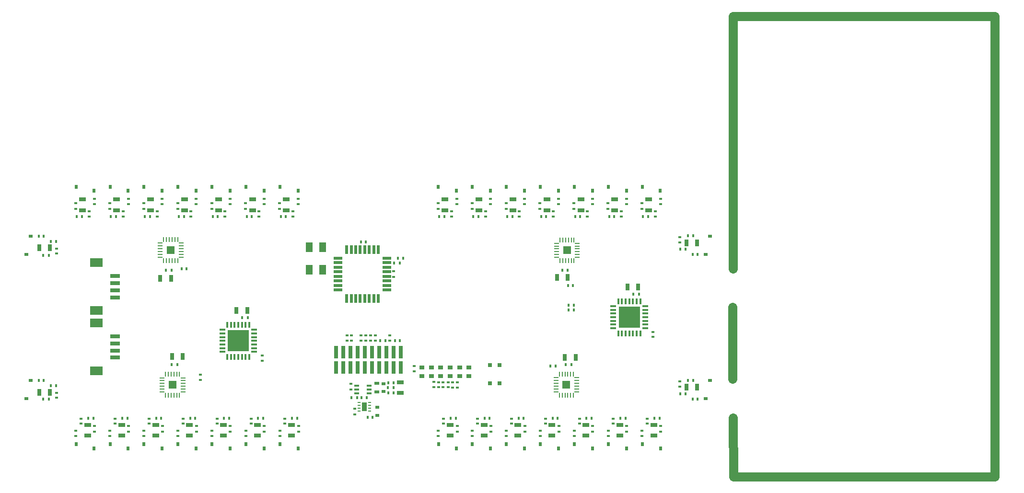
<source format=gbp>
G04*
G04 #@! TF.GenerationSoftware,Altium Limited,Altium Designer,18.1.9 (240)*
G04*
G04 Layer_Color=128*
%FSLAX44Y44*%
%MOMM*%
G71*
G01*
G75*
%ADD11R,2.2000X1.6000*%
%ADD12R,1.8000X0.7000*%
%ADD19R,0.9000X0.7000*%
%ADD27R,1.2000X1.8000*%
%ADD40R,0.4500X0.6000*%
%ADD42R,0.6000X0.4000*%
%ADD43R,0.8000X1.3000*%
%ADD46C,1.6000*%
%ADD57R,0.7000X0.5000*%
%ADD58R,0.5000X0.7000*%
%ADD59R,0.4000X0.6000*%
%ADD60R,1.5000X0.5500*%
%ADD61R,0.5500X1.5000*%
%ADD62R,0.7500X0.7000*%
%ADD63R,0.8000X0.6000*%
%ADD64R,1.3000X0.8000*%
%ADD65R,0.5000X0.2500*%
%ADD66R,0.9000X1.6000*%
%ADD67R,0.8500X0.3500*%
%ADD68R,3.7000X3.7000*%
%ADD69R,0.3300X1.0400*%
%ADD70R,1.0400X0.3300*%
%ADD71R,0.9000X0.5000*%
%ADD72R,0.6000X0.4500*%
%ADD73R,0.7366X2.2352*%
%ADD75O,0.2393X0.8571*%
%ADD76O,0.8571X0.2393*%
%ADD77R,0.8571X0.2393*%
%ADD124R,1.3914X1.3914*%
G36*
X647769Y503919D02*
Y476060D01*
X675629D01*
Y503919D01*
X647769D01*
D02*
G37*
G36*
X1338290Y545757D02*
Y517897D01*
X1366149D01*
Y545757D01*
X1338290D01*
D02*
G37*
D11*
X409184Y541251D02*
D03*
Y625751D02*
D03*
X408630Y434751D02*
D03*
Y519251D02*
D03*
D12*
X442184Y602251D02*
D03*
Y589751D02*
D03*
Y564751D02*
D03*
Y577251D02*
D03*
X441630Y495751D02*
D03*
Y483251D02*
D03*
Y458251D02*
D03*
Y470751D02*
D03*
D19*
X1066895Y425658D02*
D03*
Y440658D02*
D03*
X1033761D02*
D03*
Y425658D02*
D03*
X1050328Y440658D02*
D03*
Y425658D02*
D03*
X984059Y440658D02*
D03*
Y425658D02*
D03*
X1000626Y440658D02*
D03*
Y425658D02*
D03*
X1017194Y440658D02*
D03*
Y425658D02*
D03*
D27*
X808503Y613400D02*
D03*
Y653400D02*
D03*
X784503D02*
D03*
Y613400D02*
D03*
D40*
X666456Y528760D02*
D03*
X676456D02*
D03*
X1356977Y570598D02*
D03*
X1366977D02*
D03*
X923497Y405000D02*
D03*
X933497D02*
D03*
X859499Y387003D02*
D03*
X869499D02*
D03*
X1463254Y673488D02*
D03*
X1453254D02*
D03*
X314743Y385005D02*
D03*
X324743D02*
D03*
X1463257Y417995D02*
D03*
X1453257D02*
D03*
X314743Y639005D02*
D03*
X324743D02*
D03*
X1247502Y445987D02*
D03*
X1237502D02*
D03*
X1231490Y612544D02*
D03*
X1241490D02*
D03*
X551757Y445750D02*
D03*
X541757D02*
D03*
X531495Y612511D02*
D03*
X541495D02*
D03*
X945003Y625001D02*
D03*
X935003D02*
D03*
D42*
X592411Y419009D02*
D03*
Y428009D02*
D03*
X701744Y452702D02*
D03*
Y461702D02*
D03*
X1392264Y494539D02*
D03*
Y503539D02*
D03*
X876142Y488032D02*
D03*
Y497032D02*
D03*
X884554D02*
D03*
Y488032D02*
D03*
X892868Y488120D02*
D03*
Y497120D02*
D03*
X970539Y443338D02*
D03*
Y434338D02*
D03*
X1038004Y405416D02*
D03*
Y414416D02*
D03*
X1012982Y405662D02*
D03*
Y414662D02*
D03*
X1021041Y405662D02*
D03*
Y414662D02*
D03*
X1012747Y328582D02*
D03*
Y319582D02*
D03*
X765253Y729417D02*
D03*
Y738418D02*
D03*
X1072747Y328582D02*
D03*
Y319582D02*
D03*
X1405173Y729414D02*
D03*
Y738414D02*
D03*
X372747Y328585D02*
D03*
Y319585D02*
D03*
X705253Y729417D02*
D03*
Y738418D02*
D03*
X1132747Y328582D02*
D03*
Y319582D02*
D03*
X1345173Y729414D02*
D03*
Y738414D02*
D03*
X432747Y328585D02*
D03*
Y319585D02*
D03*
X645253Y729417D02*
D03*
Y738418D02*
D03*
X1285173Y729414D02*
D03*
Y738414D02*
D03*
X492747Y328585D02*
D03*
Y319585D02*
D03*
X585253Y729417D02*
D03*
Y738418D02*
D03*
X1252747Y328582D02*
D03*
Y319582D02*
D03*
X1225173Y729414D02*
D03*
Y738414D02*
D03*
X552747Y328585D02*
D03*
Y319585D02*
D03*
X525253Y729417D02*
D03*
Y738418D02*
D03*
X1312747Y328582D02*
D03*
Y319582D02*
D03*
X1165173Y729414D02*
D03*
Y738414D02*
D03*
X612747Y328585D02*
D03*
Y319585D02*
D03*
X465253Y729417D02*
D03*
Y738418D02*
D03*
X1372747Y328582D02*
D03*
Y319582D02*
D03*
X1105173Y729414D02*
D03*
Y738414D02*
D03*
X672747Y328585D02*
D03*
Y319585D02*
D03*
X405253Y729417D02*
D03*
Y738418D02*
D03*
X1045173Y729414D02*
D03*
Y738414D02*
D03*
X732747Y328585D02*
D03*
Y319585D02*
D03*
X1021975Y350237D02*
D03*
Y341237D02*
D03*
X756025Y707763D02*
D03*
Y716763D02*
D03*
X1081975Y350237D02*
D03*
Y341237D02*
D03*
X1395945Y707760D02*
D03*
Y716760D02*
D03*
X381975Y350240D02*
D03*
Y341240D02*
D03*
X696025Y707763D02*
D03*
Y716763D02*
D03*
X1141975Y350237D02*
D03*
Y341237D02*
D03*
X1335945Y707760D02*
D03*
Y716760D02*
D03*
X441975Y350240D02*
D03*
Y341240D02*
D03*
X636025Y707763D02*
D03*
Y716763D02*
D03*
X1201975Y350237D02*
D03*
Y341237D02*
D03*
X1275945Y707760D02*
D03*
Y716760D02*
D03*
X501975Y350240D02*
D03*
Y341240D02*
D03*
X576025Y707763D02*
D03*
Y716763D02*
D03*
X1261975Y350237D02*
D03*
Y341237D02*
D03*
X1215945Y707760D02*
D03*
Y716760D02*
D03*
X561975Y350240D02*
D03*
Y341240D02*
D03*
X516025Y707763D02*
D03*
Y716763D02*
D03*
X1321975Y350237D02*
D03*
Y341237D02*
D03*
X1155945Y707760D02*
D03*
Y716760D02*
D03*
X621975Y350240D02*
D03*
Y341240D02*
D03*
X456025Y707763D02*
D03*
Y716763D02*
D03*
X1381975Y350237D02*
D03*
Y341237D02*
D03*
X1095945Y707760D02*
D03*
Y716760D02*
D03*
X681975Y350240D02*
D03*
Y341240D02*
D03*
X396025Y707763D02*
D03*
Y716763D02*
D03*
X1035945Y707760D02*
D03*
Y716760D02*
D03*
X741975Y350240D02*
D03*
Y341240D02*
D03*
X1439507Y661998D02*
D03*
Y670998D02*
D03*
X338490Y395995D02*
D03*
Y386995D02*
D03*
X1439509Y407005D02*
D03*
Y416005D02*
D03*
X338490Y650995D02*
D03*
Y641995D02*
D03*
X926735Y497032D02*
D03*
Y488032D02*
D03*
X901967Y497032D02*
D03*
Y488032D02*
D03*
X859057D02*
D03*
Y497032D02*
D03*
X851374D02*
D03*
Y488032D02*
D03*
X1192747Y328582D02*
D03*
Y319582D02*
D03*
X1046293Y414416D02*
D03*
Y405416D02*
D03*
X1004857Y414919D02*
D03*
Y405919D02*
D03*
X1029941Y414590D02*
D03*
Y405590D02*
D03*
D43*
X521753Y597995D02*
D03*
X540753D02*
D03*
X561499Y460266D02*
D03*
X542499D02*
D03*
X1222238Y600026D02*
D03*
X1241238D02*
D03*
X1255244Y458754D02*
D03*
X1236244D02*
D03*
X1346730Y583302D02*
D03*
X1365730D02*
D03*
X656209Y541465D02*
D03*
X675210D02*
D03*
X326991Y397011D02*
D03*
X307991D02*
D03*
X1451009Y405989D02*
D03*
X1470009D02*
D03*
X1470006Y660982D02*
D03*
X1451006D02*
D03*
X307991Y652011D02*
D03*
X326991D02*
D03*
D46*
X1532380Y420370D02*
Y547370D01*
X1995930Y247650D02*
X1534446D01*
X1533176Y351978D01*
X1532896Y615437D02*
X1533650Y1061720D01*
X1995930Y247650D02*
Y1061720D01*
X1533650Y1061720D02*
X1995930Y1061720D01*
D57*
X292750Y672500D02*
D03*
X285250Y640500D02*
D03*
X1492750Y417500D02*
D03*
X1485250Y385500D02*
D03*
X285250D02*
D03*
X292750Y417500D02*
D03*
X1485247Y640493D02*
D03*
X1492747Y672493D02*
D03*
D58*
X765000Y297753D02*
D03*
X733000Y305253D02*
D03*
X1044920Y752747D02*
D03*
X1012920Y760247D02*
D03*
X405000Y752750D02*
D03*
X373000Y760250D02*
D03*
X705000Y297753D02*
D03*
X673000Y305253D02*
D03*
X1104920Y752747D02*
D03*
X1072920Y760247D02*
D03*
X1405000Y297750D02*
D03*
X1373000Y305250D02*
D03*
X465000Y752750D02*
D03*
X433000Y760250D02*
D03*
X645000Y297753D02*
D03*
X613000Y305253D02*
D03*
X1164920Y752747D02*
D03*
X1132920Y760247D02*
D03*
X1345000Y297750D02*
D03*
X1313000Y305250D02*
D03*
X525000Y752750D02*
D03*
X493000Y760250D02*
D03*
X585000Y297753D02*
D03*
X553000Y305253D02*
D03*
X1224920Y752747D02*
D03*
X1192920Y760247D02*
D03*
X1285000Y297750D02*
D03*
X1253000Y305250D02*
D03*
X585000Y752750D02*
D03*
X553000Y760250D02*
D03*
X525000Y297753D02*
D03*
X493000Y305253D02*
D03*
X1284920Y752747D02*
D03*
X1252920Y760247D02*
D03*
X1225000Y297750D02*
D03*
X1193000Y305250D02*
D03*
X645000Y752750D02*
D03*
X613000Y760250D02*
D03*
X465000Y297753D02*
D03*
X433000Y305253D02*
D03*
X1344920Y752747D02*
D03*
X1312920Y760247D02*
D03*
X1165000Y297750D02*
D03*
X1133000Y305250D02*
D03*
X705000Y752750D02*
D03*
X673000Y760250D02*
D03*
X405000Y297753D02*
D03*
X373000Y305253D02*
D03*
X1404920Y752747D02*
D03*
X1372920Y760247D02*
D03*
X1105000Y297750D02*
D03*
X1073000Y305250D02*
D03*
X765000Y752750D02*
D03*
X733000Y760250D02*
D03*
X1045000Y297750D02*
D03*
X1013000Y305250D02*
D03*
D59*
X875846Y662601D02*
D03*
X884846D02*
D03*
X1252244Y542504D02*
D03*
X1243244D02*
D03*
X1252244Y550496D02*
D03*
X1243244D02*
D03*
X568243Y614995D02*
D03*
X559243D02*
D03*
X1241762Y585476D02*
D03*
X1250762D02*
D03*
X1210754Y443504D02*
D03*
X1219754D02*
D03*
X919032Y488531D02*
D03*
X910032D02*
D03*
X945032Y488539D02*
D03*
X936032D02*
D03*
X924496Y413999D02*
D03*
X933496D02*
D03*
X924497Y395999D02*
D03*
X933497D02*
D03*
X877499Y387003D02*
D03*
X886499D02*
D03*
X896840Y352496D02*
D03*
X887840D02*
D03*
X1461915Y640240D02*
D03*
X1470915D02*
D03*
X316082Y417753D02*
D03*
X307082D02*
D03*
X1461918Y385247D02*
D03*
X1470918D02*
D03*
X316082Y672753D02*
D03*
X307082D02*
D03*
X1440261Y649468D02*
D03*
X1449261D02*
D03*
X337737Y408525D02*
D03*
X328737D02*
D03*
X1440263Y394475D02*
D03*
X1449263D02*
D03*
X337737Y663525D02*
D03*
X328737D02*
D03*
X1034505Y350990D02*
D03*
X1043505D02*
D03*
X743495Y707009D02*
D03*
X734495D02*
D03*
X1094505Y350990D02*
D03*
X1103505D02*
D03*
X1383415Y707006D02*
D03*
X1374415D02*
D03*
X394505Y350993D02*
D03*
X403505D02*
D03*
X683495Y707009D02*
D03*
X674495D02*
D03*
X1154505Y350990D02*
D03*
X1163505D02*
D03*
X1323415Y707006D02*
D03*
X1314415D02*
D03*
X454505Y350993D02*
D03*
X463505D02*
D03*
X623495Y707009D02*
D03*
X614495D02*
D03*
X1214505Y350990D02*
D03*
X1223505D02*
D03*
X1263415Y707006D02*
D03*
X1254415D02*
D03*
X514505Y350993D02*
D03*
X523505D02*
D03*
X563495Y707009D02*
D03*
X554495D02*
D03*
X1274505Y350990D02*
D03*
X1283505D02*
D03*
X1203415Y707006D02*
D03*
X1194415D02*
D03*
X574505Y350993D02*
D03*
X583505D02*
D03*
X503495Y707009D02*
D03*
X494495D02*
D03*
X1334505Y350990D02*
D03*
X1343505D02*
D03*
X1143415Y707006D02*
D03*
X1134415D02*
D03*
X634505Y350993D02*
D03*
X643505D02*
D03*
X443495Y707009D02*
D03*
X434495D02*
D03*
X1394505Y350990D02*
D03*
X1403505D02*
D03*
X1083415Y707006D02*
D03*
X1074415D02*
D03*
X694505Y350993D02*
D03*
X703505D02*
D03*
X383495Y707009D02*
D03*
X374495D02*
D03*
X1023415Y707006D02*
D03*
X1014415D02*
D03*
X754505Y350993D02*
D03*
X763505D02*
D03*
X941504Y633501D02*
D03*
X950504D02*
D03*
D60*
X835957Y577750D02*
D03*
Y585750D02*
D03*
Y593750D02*
D03*
Y601750D02*
D03*
Y609750D02*
D03*
Y617750D02*
D03*
Y625750D02*
D03*
Y633750D02*
D03*
X921957D02*
D03*
Y625750D02*
D03*
Y617750D02*
D03*
Y609750D02*
D03*
Y601750D02*
D03*
Y593750D02*
D03*
Y585750D02*
D03*
Y577750D02*
D03*
D61*
X850957Y648750D02*
D03*
X858957D02*
D03*
X866957D02*
D03*
X874957D02*
D03*
X882957D02*
D03*
X890957D02*
D03*
X898957D02*
D03*
X906957D02*
D03*
Y562750D02*
D03*
X898957D02*
D03*
X890957D02*
D03*
X882957D02*
D03*
X874957D02*
D03*
X866957D02*
D03*
X858957D02*
D03*
X850957D02*
D03*
D62*
X1120775Y444911D02*
D03*
Y412911D02*
D03*
X1104275D02*
D03*
Y444911D02*
D03*
D63*
X916000Y398003D02*
D03*
Y412003D02*
D03*
X904996Y356321D02*
D03*
Y370322D02*
D03*
D64*
X945496Y395499D02*
D03*
Y414500D02*
D03*
X1093489Y339491D02*
D03*
Y320491D02*
D03*
X393489Y339494D02*
D03*
Y320494D02*
D03*
X1153489Y339491D02*
D03*
Y320491D02*
D03*
X453489Y339494D02*
D03*
Y320494D02*
D03*
X1213489Y339491D02*
D03*
Y320491D02*
D03*
X513489Y339494D02*
D03*
Y320494D02*
D03*
X1273489Y339491D02*
D03*
Y320491D02*
D03*
X573489Y339494D02*
D03*
Y320494D02*
D03*
X1333489Y339491D02*
D03*
Y320491D02*
D03*
X633489Y339494D02*
D03*
Y320494D02*
D03*
X1393489Y339491D02*
D03*
Y320491D02*
D03*
X693489Y339494D02*
D03*
Y320494D02*
D03*
X744511Y737509D02*
D03*
Y718509D02*
D03*
X1384431Y737505D02*
D03*
Y718505D02*
D03*
X684511Y737509D02*
D03*
Y718509D02*
D03*
X1324431Y737505D02*
D03*
Y718505D02*
D03*
X624511Y737509D02*
D03*
Y718509D02*
D03*
X1264431Y737505D02*
D03*
Y718505D02*
D03*
X564511Y737509D02*
D03*
Y718509D02*
D03*
X1204431Y737505D02*
D03*
Y718505D02*
D03*
X504511Y737509D02*
D03*
Y718509D02*
D03*
X1144431Y737505D02*
D03*
Y718505D02*
D03*
X444511Y737509D02*
D03*
Y718509D02*
D03*
X1084431Y737505D02*
D03*
Y718505D02*
D03*
X1024431Y737505D02*
D03*
Y718505D02*
D03*
X384511Y737509D02*
D03*
Y718509D02*
D03*
X1033489Y320491D02*
D03*
Y339491D02*
D03*
X753489Y320494D02*
D03*
Y339494D02*
D03*
D65*
X872839Y378499D02*
D03*
Y373499D02*
D03*
X891839Y378499D02*
D03*
Y373499D02*
D03*
Y368499D02*
D03*
Y363499D02*
D03*
X872839D02*
D03*
Y368499D02*
D03*
D66*
X882339Y370999D02*
D03*
D67*
X890824Y395286D02*
D03*
Y401786D02*
D03*
Y408287D02*
D03*
X868824D02*
D03*
Y401786D02*
D03*
Y395286D02*
D03*
D68*
X1349990Y529598D02*
D03*
X659470Y487760D02*
D03*
D69*
X1330490Y501248D02*
D03*
X1336990D02*
D03*
X1343490D02*
D03*
X1349990D02*
D03*
X1356490D02*
D03*
X1362990D02*
D03*
X1369490D02*
D03*
Y557948D02*
D03*
X1362990D02*
D03*
X1356490D02*
D03*
X1349990D02*
D03*
X1343490D02*
D03*
X1336990D02*
D03*
X1330490D02*
D03*
X639970Y459410D02*
D03*
X646470D02*
D03*
X652970D02*
D03*
X659470D02*
D03*
X665970D02*
D03*
X672470D02*
D03*
X678970D02*
D03*
Y516110D02*
D03*
X672470D02*
D03*
X665970D02*
D03*
X659470D02*
D03*
X652970D02*
D03*
X646470D02*
D03*
X639970D02*
D03*
D70*
X1321640Y549098D02*
D03*
Y542598D02*
D03*
Y536098D02*
D03*
Y529598D02*
D03*
Y523098D02*
D03*
Y516598D02*
D03*
Y510098D02*
D03*
X1378340D02*
D03*
Y516598D02*
D03*
Y523098D02*
D03*
Y529598D02*
D03*
Y536098D02*
D03*
Y542598D02*
D03*
Y549098D02*
D03*
X631120Y507260D02*
D03*
Y500760D02*
D03*
Y494260D02*
D03*
Y487760D02*
D03*
Y481260D02*
D03*
Y474760D02*
D03*
Y468260D02*
D03*
X687820D02*
D03*
Y474760D02*
D03*
Y481260D02*
D03*
Y487760D02*
D03*
Y494260D02*
D03*
Y500760D02*
D03*
Y507260D02*
D03*
D71*
X903997Y412500D02*
D03*
Y397500D02*
D03*
D72*
X858548Y411866D02*
D03*
Y401866D02*
D03*
X864997Y357999D02*
D03*
Y367999D02*
D03*
X1046495Y327243D02*
D03*
Y337243D02*
D03*
X732505Y730757D02*
D03*
Y720757D02*
D03*
X1105495Y327243D02*
D03*
Y337243D02*
D03*
X1372425Y730753D02*
D03*
Y720753D02*
D03*
X405495Y327246D02*
D03*
Y337246D02*
D03*
X672505Y730757D02*
D03*
Y720757D02*
D03*
X1165495Y327243D02*
D03*
Y337243D02*
D03*
X1312425Y730753D02*
D03*
Y720753D02*
D03*
X465495Y327246D02*
D03*
Y337246D02*
D03*
X612505Y730757D02*
D03*
Y720757D02*
D03*
X1225495Y327243D02*
D03*
Y337243D02*
D03*
X1252425Y730753D02*
D03*
Y720753D02*
D03*
X525495Y327246D02*
D03*
Y337246D02*
D03*
X552505Y730757D02*
D03*
Y720757D02*
D03*
X1285495Y327243D02*
D03*
Y337243D02*
D03*
X1192425Y730753D02*
D03*
Y720753D02*
D03*
X585495Y327246D02*
D03*
Y337246D02*
D03*
X492505Y730757D02*
D03*
Y720757D02*
D03*
X1345495Y327243D02*
D03*
Y337243D02*
D03*
X1132425Y730753D02*
D03*
Y720753D02*
D03*
X645495Y327246D02*
D03*
Y337246D02*
D03*
X432505Y730757D02*
D03*
Y720757D02*
D03*
X1405495Y327243D02*
D03*
Y337243D02*
D03*
X1072425Y730753D02*
D03*
Y720753D02*
D03*
X705495Y327246D02*
D03*
Y337246D02*
D03*
X372505Y730757D02*
D03*
Y720757D02*
D03*
X1012425Y730753D02*
D03*
Y720753D02*
D03*
X766495Y327246D02*
D03*
Y337246D02*
D03*
X934001Y600497D02*
D03*
Y610497D02*
D03*
D73*
X946150Y467589D02*
D03*
Y440411D02*
D03*
X933450Y467589D02*
D03*
Y440411D02*
D03*
X920750Y467589D02*
D03*
Y440411D02*
D03*
X908050Y467589D02*
D03*
Y440411D02*
D03*
X895350Y467589D02*
D03*
Y440411D02*
D03*
X882650Y467589D02*
D03*
Y440411D02*
D03*
X831850D02*
D03*
Y467589D02*
D03*
X844550Y440411D02*
D03*
Y467589D02*
D03*
X857250Y440411D02*
D03*
Y467589D02*
D03*
X869950Y440411D02*
D03*
Y467589D02*
D03*
D75*
X1251500Y428755D02*
D03*
X1246500D02*
D03*
X1241500D02*
D03*
X1236500D02*
D03*
X1231500D02*
D03*
X1226500D02*
D03*
Y391744D02*
D03*
X1231500D02*
D03*
X1236500D02*
D03*
X1241500D02*
D03*
X1246500D02*
D03*
X1251500D02*
D03*
X1227493Y629273D02*
D03*
X1232493D02*
D03*
X1237493D02*
D03*
X1242493D02*
D03*
X1247493D02*
D03*
X1252493D02*
D03*
Y666284D02*
D03*
X1247493D02*
D03*
X1242493D02*
D03*
X1237493D02*
D03*
X1232493D02*
D03*
X1227493D02*
D03*
X555755Y428518D02*
D03*
X550755D02*
D03*
X545755D02*
D03*
X540755D02*
D03*
X535755D02*
D03*
X530755D02*
D03*
Y391507D02*
D03*
X535755D02*
D03*
X540755D02*
D03*
X545755D02*
D03*
X550755D02*
D03*
X555755D02*
D03*
X527498Y629743D02*
D03*
X532498D02*
D03*
X537498D02*
D03*
X542498D02*
D03*
X547498D02*
D03*
X552498D02*
D03*
Y666755D02*
D03*
X547498D02*
D03*
X542498D02*
D03*
X537498D02*
D03*
X532498D02*
D03*
X527498D02*
D03*
D76*
X1220494Y422749D02*
D03*
Y417749D02*
D03*
Y412749D02*
D03*
Y407749D02*
D03*
Y402749D02*
D03*
Y397749D02*
D03*
X1257505D02*
D03*
Y402749D02*
D03*
Y407749D02*
D03*
Y412749D02*
D03*
Y417749D02*
D03*
X1258498Y635279D02*
D03*
Y640279D02*
D03*
Y645279D02*
D03*
Y650279D02*
D03*
Y655279D02*
D03*
Y660279D02*
D03*
X1221487D02*
D03*
Y655279D02*
D03*
Y650279D02*
D03*
Y645279D02*
D03*
Y640279D02*
D03*
X524749Y422512D02*
D03*
Y417512D02*
D03*
Y412512D02*
D03*
Y407512D02*
D03*
Y402512D02*
D03*
Y397512D02*
D03*
X561760D02*
D03*
Y402512D02*
D03*
Y407512D02*
D03*
Y412512D02*
D03*
Y417512D02*
D03*
X558503Y635749D02*
D03*
Y640749D02*
D03*
Y645749D02*
D03*
Y650749D02*
D03*
Y655749D02*
D03*
Y660749D02*
D03*
X521492D02*
D03*
Y655749D02*
D03*
Y650749D02*
D03*
Y645749D02*
D03*
Y640749D02*
D03*
D77*
X1257505Y422749D02*
D03*
X1221487Y635279D02*
D03*
X561760Y422512D02*
D03*
X521492Y635749D02*
D03*
D124*
X1239002Y410249D02*
D03*
X1239990Y647779D02*
D03*
X543253Y410012D02*
D03*
X539998Y648249D02*
D03*
M02*

</source>
